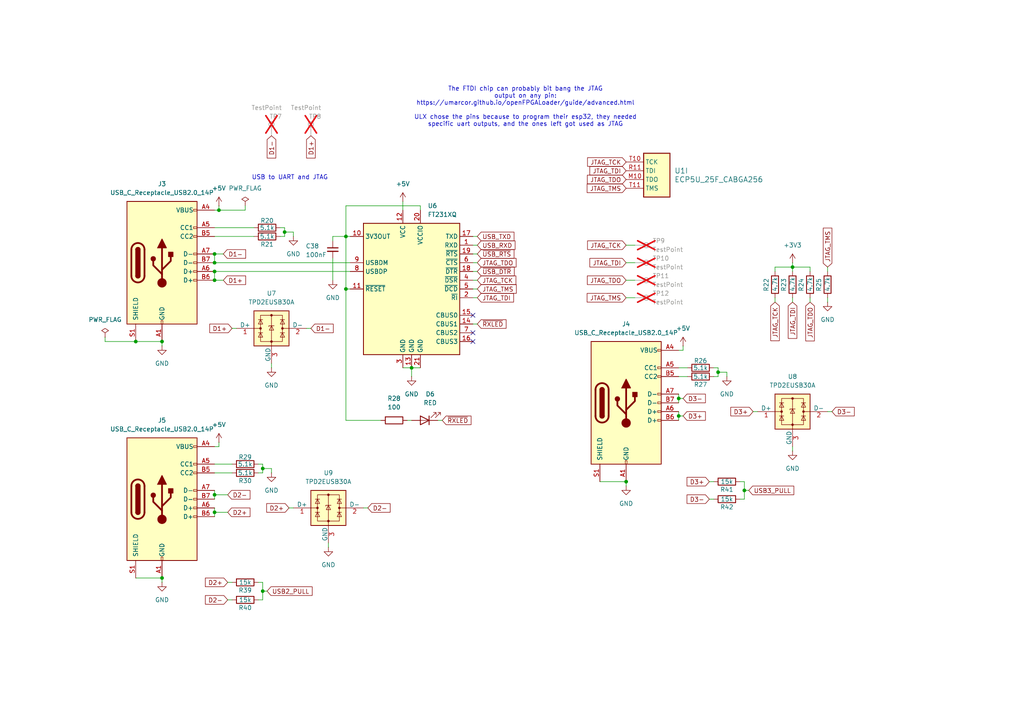
<source format=kicad_sch>
(kicad_sch (version 20250114) (generator "eeschema") (generator_version "9.0")
  (paper "A4")
  (title_block (title "Icepi zero") (date "2025-06-06") (rev "v1.1") (company "Chengyin Yao (cheyao)") (comment 1 "https://github.com/cheyao/icepi-zero") (comment 9 "OSHWA FR000026"))
  (text "USB to UART and JTAG" (at 84.074 51.562 0) (effects (font (size 1.27 1.27))))
  (text "The FTDI chip can probably bit bang the JTAG\noutput on any pin:\nhttps://umarcor.github.io/openFPGALoader/guide/advanced.html\n\nULX chose the pins because to program their esp32, they needed\nspecific uart outputs, and the ones left got used as JTAG" (at 152.4 30.988 0) (effects (font (size 1.27 1.27))))
  (junction (at 82.55 67.31))
  (junction (at 119.38 106.68))
  (junction (at 63.5 60.96))
  (junction (at 100.33 83.82))
  (junction (at 76.2 171.45))
  (junction (at 76.2 135.89))
  (junction (at 46.99 167.64))
  (junction (at 62.23 143.51))
  (junction (at 196.85 115.57))
  (junction (at 46.99 99.06))
  (junction (at 62.23 78.74))
  (junction (at 215.9 142.24))
  (junction (at 39.37 99.06))
  (junction (at 181.61 139.7))
  (junction (at 208.28 107.95))
  (junction (at 62.23 76.2))
  (junction (at 196.85 120.65))
  (junction (at 62.23 148.59))
  (junction (at 62.23 81.28))
  (junction (at 229.87 77.47))
  (junction (at 62.23 73.66))
  (junction (at 100.33 68.58))
  (no_connect (at 137.16 99.06))
  (no_connect (at 137.16 96.52))
  (no_connect (at 137.16 91.44))
  (wire (pts (xy 74.93 173.99) (xy 76.2 173.99)))
  (wire (pts (xy 224.79 86.36) (xy 224.79 87.63)))
  (wire (pts (xy 82.55 66.04) (xy 82.55 67.31)))
  (wire (pts (xy 66.04 173.99) (xy 67.31 173.99)))
  (wire (pts (xy 110.49 121.92) (xy 100.33 121.92)))
  (wire (pts (xy 215.9 139.7) (xy 214.63 139.7)))
  (wire (pts (xy 229.87 130.81) (xy 229.87 129.54)))
  (wire (pts (xy 77.47 171.45) (xy 76.2 171.45)))
  (wire (pts (xy 83.82 147.32) (xy 85.09 147.32)))
  (wire (pts (xy 66.04 143.51) (xy 62.23 143.51)))
  (wire (pts (xy 215.9 142.24) (xy 215.9 139.7)))
  (wire (pts (xy 100.33 121.92) (xy 100.33 83.82)))
  (wire (pts (xy 95.25 158.75) (xy 95.25 157.48)))
  (wire (pts (xy 198.12 100.33) (xy 198.12 101.6)))
  (wire (pts (xy 240.03 86.36) (xy 240.03 87.63)))
  (wire (pts (xy 214.63 144.78) (xy 215.9 144.78)))
  (wire (pts (xy 62.23 147.32) (xy 62.23 148.59)))
  (wire (pts (xy 196.85 120.65) (xy 196.85 121.92)))
  (wire (pts (xy 198.12 115.57) (xy 196.85 115.57)))
  (wire (pts (xy 207.01 109.22) (xy 208.28 109.22)))
  (wire (pts (xy 240.03 77.47) (xy 240.03 78.74)))
  (wire (pts (xy 137.16 83.82) (xy 138.43 83.82)))
  (wire (pts (xy 240.03 119.38) (xy 241.3 119.38)))
  (wire (pts (xy 101.6 78.74) (xy 62.23 78.74)))
  (wire (pts (xy 234.95 77.47) (xy 234.95 78.74)))
  (wire (pts (xy 137.16 93.98) (xy 138.43 93.98)))
  (wire (pts (xy 224.79 77.47) (xy 224.79 78.74)))
  (wire (pts (xy 205.74 144.78) (xy 207.01 144.78)))
  (wire (pts (xy 208.28 106.68) (xy 208.28 107.95)))
  (wire (pts (xy 81.28 66.04) (xy 82.55 66.04)))
  (wire (pts (xy 229.87 77.47) (xy 224.79 77.47)))
  (wire (pts (xy 63.5 128.27) (xy 63.5 129.54)))
  (wire (pts (xy 207.01 106.68) (xy 208.28 106.68)))
  (wire (pts (xy 196.85 106.68) (xy 199.39 106.68)))
  (wire (pts (xy 196.85 114.3) (xy 196.85 115.57)))
  (wire (pts (xy 116.84 106.68) (xy 119.38 106.68)))
  (wire (pts (xy 218.44 119.38) (xy 219.71 119.38)))
  (wire (pts (xy 76.2 171.45) (xy 76.2 173.99)))
  (wire (pts (xy 210.82 109.22) (xy 210.82 107.95)))
  (wire (pts (xy 62.23 68.58) (xy 73.66 68.58)))
  (wire (pts (xy 137.16 78.74) (xy 138.43 78.74)))
  (wire (pts (xy 105.41 147.32) (xy 106.68 147.32)))
  (wire (pts (xy 100.33 83.82) (xy 100.33 68.58)))
  (wire (pts (xy 121.92 60.96) (xy 121.92 59.69)))
  (wire (pts (xy 85.09 68.58) (xy 85.09 67.31)))
  (wire (pts (xy 74.93 134.62) (xy 76.2 134.62)))
  (wire (pts (xy 137.16 81.28) (xy 138.43 81.28)))
  (wire (pts (xy 30.48 97.79) (xy 30.48 99.06)))
  (wire (pts (xy 78.74 105.41) (xy 78.74 106.68)))
  (wire (pts (xy 96.52 69.85) (xy 96.52 68.58)))
  (wire (pts (xy 215.9 142.24) (xy 215.9 144.78)))
  (wire (pts (xy 63.5 129.54) (xy 62.23 129.54)))
  (wire (pts (xy 82.55 67.31) (xy 82.55 68.58)))
  (wire (pts (xy 76.2 135.89) (xy 76.2 137.16)))
  (wire (pts (xy 66.04 168.91) (xy 67.31 168.91)))
  (wire (pts (xy 62.23 81.28) (xy 64.77 81.28)))
  (wire (pts (xy 76.2 168.91) (xy 74.93 168.91)))
  (wire (pts (xy 62.23 76.2) (xy 101.6 76.2)))
  (wire (pts (xy 181.61 76.2) (xy 184.15 76.2)))
  (wire (pts (xy 71.12 60.96) (xy 63.5 60.96)))
  (wire (pts (xy 62.23 143.51) (xy 62.23 142.24)))
  (wire (pts (xy 229.87 77.47) (xy 229.87 78.74)))
  (wire (pts (xy 62.23 144.78) (xy 62.23 143.51)))
  (wire (pts (xy 62.23 148.59) (xy 62.23 149.86)))
  (wire (pts (xy 119.38 106.68) (xy 121.92 106.68)))
  (wire (pts (xy 62.23 73.66) (xy 64.77 73.66)))
  (wire (pts (xy 81.28 68.58) (xy 82.55 68.58)))
  (wire (pts (xy 196.85 115.57) (xy 196.85 116.84)))
  (wire (pts (xy 181.61 71.12) (xy 184.15 71.12)))
  (wire (pts (xy 229.87 76.2) (xy 229.87 77.47)))
  (wire (pts (xy 205.74 139.7) (xy 207.01 139.7)))
  (wire (pts (xy 96.52 68.58) (xy 100.33 68.58)))
  (wire (pts (xy 116.84 58.42) (xy 116.84 60.96)))
  (wire (pts (xy 208.28 107.95) (xy 208.28 109.22)))
  (wire (pts (xy 76.2 171.45) (xy 76.2 168.91)))
  (wire (pts (xy 74.93 137.16) (xy 76.2 137.16)))
  (wire (pts (xy 137.16 76.2) (xy 138.43 76.2)))
  (wire (pts (xy 62.23 134.62) (xy 67.31 134.62)))
  (wire (pts (xy 62.23 148.59) (xy 66.04 148.59)))
  (wire (pts (xy 100.33 59.69) (xy 100.33 68.58)))
  (wire (pts (xy 118.11 121.92) (xy 119.38 121.92)))
  (wire (pts (xy 63.5 59.69) (xy 63.5 60.96)))
  (wire (pts (xy 127 121.92) (xy 128.27 121.92)))
  (wire (pts (xy 208.28 107.95) (xy 210.82 107.95)))
  (wire (pts (xy 88.9 95.25) (xy 90.17 95.25)))
  (wire (pts (xy 78.74 137.16) (xy 78.74 135.89)))
  (wire (pts (xy 181.61 139.7) (xy 181.61 140.97)))
  (wire (pts (xy 62.23 137.16) (xy 67.31 137.16)))
  (wire (pts (xy 39.37 99.06) (xy 46.99 99.06)))
  (wire (pts (xy 229.87 86.36) (xy 229.87 87.63)))
  (wire (pts (xy 67.31 95.25) (xy 68.58 95.25)))
  (wire (pts (xy 96.52 74.93) (xy 96.52 81.28)))
  (wire (pts (xy 46.99 167.64) (xy 46.99 168.91)))
  (wire (pts (xy 76.2 134.62) (xy 76.2 135.89)))
  (wire (pts (xy 137.16 73.66) (xy 138.43 73.66)))
  (wire (pts (xy 119.38 109.22) (xy 119.38 106.68)))
  (wire (pts (xy 100.33 68.58) (xy 101.6 68.58)))
  (wire (pts (xy 62.23 66.04) (xy 73.66 66.04)))
  (wire (pts (xy 196.85 120.65) (xy 198.12 120.65)))
  (wire (pts (xy 82.55 67.31) (xy 85.09 67.31)))
  (wire (pts (xy 76.2 135.89) (xy 78.74 135.89)))
  (wire (pts (xy 229.87 77.47) (xy 234.95 77.47)))
  (wire (pts (xy 46.99 99.06) (xy 46.99 100.33)))
  (wire (pts (xy 63.5 60.96) (xy 62.23 60.96)))
  (wire (pts (xy 196.85 109.22) (xy 199.39 109.22)))
  (wire (pts (xy 198.12 101.6) (xy 196.85 101.6)))
  (wire (pts (xy 101.6 83.82) (xy 100.33 83.82)))
  (wire (pts (xy 196.85 119.38) (xy 196.85 120.65)))
  (wire (pts (xy 62.23 73.66) (xy 62.23 76.2)))
  (wire (pts (xy 39.37 167.64) (xy 46.99 167.64)))
  (wire (pts (xy 62.23 78.74) (xy 62.23 81.28)))
  (wire (pts (xy 137.16 71.12) (xy 138.43 71.12)))
  (wire (pts (xy 71.12 59.69) (xy 71.12 60.96)))
  (wire (pts (xy 234.95 86.36) (xy 234.95 87.63)))
  (wire (pts (xy 181.61 86.36) (xy 184.15 86.36)))
  (wire (pts (xy 137.16 68.58) (xy 138.43 68.58)))
  (wire (pts (xy 30.48 99.06) (xy 39.37 99.06)))
  (wire (pts (xy 173.99 139.7) (xy 181.61 139.7)))
  (wire (pts (xy 121.92 59.69) (xy 100.33 59.69)))
  (wire (pts (xy 137.16 86.36) (xy 138.43 86.36)))
  (wire (pts (xy 181.61 81.28) (xy 184.15 81.28)))
  (wire (pts (xy 217.17 142.24) (xy 215.9 142.24)))
  (global_label "USB2_PULL" (shape input) (at 77.47 171.45 0) (property "Intersheetrefs" "${INTERSHEET_REFS}" (effects (hide yes))))
  (global_label "USB_TXD" (shape input) (at 138.43 68.58 0) (property "Intersheetrefs" "${INTERSHEET_REFS}" (effects (hide yes))))
  (global_label "D2-" (shape input) (at 66.04 143.51 0) (property "Intersheetrefs" "${INTERSHEET_REFS}" (effects (hide yes))))
  (global_label "D2-" (shape input) (at 66.04 173.99 180) (property "Intersheetrefs" "${INTERSHEET_REFS}" (effects (hide yes))))
  (global_label "USB_RXD" (shape input) (at 138.43 71.12 0) (property "Intersheetrefs" "${INTERSHEET_REFS}" (effects (hide yes))))
  (global_label "JTAG_TDO" (shape input) (at 181.61 81.28 180) (property "Intersheetrefs" "${INTERSHEET_REFS}" (effects (hide yes))))
  (global_label "~{RXLED}" (shape input) (at 128.27 121.92 0) (property "Intersheetrefs" "${INTERSHEET_REFS}" (effects (hide yes))))
  (global_label "JTAG_TCK" (shape input) (at 138.43 81.28 0) (property "Intersheetrefs" "${INTERSHEET_REFS}" (effects (hide yes))))
  (global_label "JTAG_TMS" (shape input) (at 138.43 83.82 0) (property "Intersheetrefs" "${INTERSHEET_REFS}" (effects (hide yes))))
  (global_label "D3-" (shape input) (at 241.3 119.38 0) (property "Intersheetrefs" "${INTERSHEET_REFS}" (effects (hide yes))))
  (global_label "JTAG_TDO" (shape input) (at 138.43 76.2 0) (property "Intersheetrefs" "${INTERSHEET_REFS}" (effects (hide yes))))
  (global_label "D3-" (shape input) (at 198.12 115.57 0) (property "Intersheetrefs" "${INTERSHEET_REFS}" (effects (hide yes))))
  (global_label "D3+" (shape input) (at 198.12 120.65 0) (property "Intersheetrefs" "${INTERSHEET_REFS}" (effects (hide yes))))
  (global_label "D2-" (shape input) (at 106.68 147.32 0) (property "Intersheetrefs" "${INTERSHEET_REFS}" (effects (hide yes))))
  (global_label "JTAG_TMS" (shape input) (at 240.03 77.47 90) (property "Intersheetrefs" "${INTERSHEET_REFS}" (effects (hide yes))))
  (global_label "JTAG_TDI" (shape input) (at 138.43 86.36 0) (property "Intersheetrefs" "${INTERSHEET_REFS}" (effects (hide yes))))
  (global_label "D3-" (shape input) (at 205.74 144.78 180) (property "Intersheetrefs" "${INTERSHEET_REFS}" (effects (hide yes))))
  (global_label "JTAG_TDI" (shape input) (at 181.61 49.53 180) (property "Intersheetrefs" "${INTERSHEET_REFS}" (effects (hide yes))))
  (global_label "D2+" (shape input) (at 83.82 147.32 180) (property "Intersheetrefs" "${INTERSHEET_REFS}" (effects (hide yes))))
  (global_label "D3+" (shape input) (at 205.74 139.7 180) (property "Intersheetrefs" "${INTERSHEET_REFS}" (effects (hide yes))))
  (global_label "JTAG_TCK" (shape input) (at 224.79 87.63 270) (property "Intersheetrefs" "${INTERSHEET_REFS}" (effects (hide yes))))
  (global_label "D1+" (shape input) (at 64.77 81.28 0) (property "Intersheetrefs" "${INTERSHEET_REFS}" (effects (hide yes))))
  (global_label "JTAG_TDI" (shape input) (at 229.87 87.63 270) (property "Intersheetrefs" "${INTERSHEET_REFS}" (effects (hide yes))))
  (global_label "JTAG_TMS" (shape input) (at 181.61 86.36 180) (property "Intersheetrefs" "${INTERSHEET_REFS}" (effects (hide yes))))
  (global_label "JTAG_TDO" (shape input) (at 181.61 52.07 180) (property "Intersheetrefs" "${INTERSHEET_REFS}" (effects (hide yes))))
  (global_label "D3+" (shape input) (at 218.44 119.38 180) (property "Intersheetrefs" "${INTERSHEET_REFS}" (effects (hide yes))))
  (global_label "~{USB_RTS}" (shape input) (at 138.43 73.66 0) (property "Intersheetrefs" "${INTERSHEET_REFS}" (effects (hide yes))))
  (global_label "D1-" (shape input) (at 64.77 73.66 0) (property "Intersheetrefs" "${INTERSHEET_REFS}" (effects (hide yes))))
  (global_label "D1+" (shape input) (at 90.17 39.37 270) (property "Intersheetrefs" "${INTERSHEET_REFS}" (effects (hide yes))))
  (global_label "JTAG_TMS" (shape input) (at 181.61 54.61 180) (property "Intersheetrefs" "${INTERSHEET_REFS}" (effects (hide yes))))
  (global_label "~{RXLED}" (shape input) (at 138.43 93.98 0) (property "Intersheetrefs" "${INTERSHEET_REFS}" (effects (hide yes))))
  (global_label "JTAG_TCK" (shape input) (at 181.61 46.99 180) (property "Intersheetrefs" "${INTERSHEET_REFS}" (effects (hide yes))))
  (global_label "JTAG_TDI" (shape input) (at 181.61 76.2 180) (property "Intersheetrefs" "${INTERSHEET_REFS}" (effects (hide yes))))
  (global_label "D1-" (shape input) (at 90.17 95.25 0) (property "Intersheetrefs" "${INTERSHEET_REFS}" (effects (hide yes))))
  (global_label "JTAG_TCK" (shape input) (at 181.61 71.12 180) (property "Intersheetrefs" "${INTERSHEET_REFS}" (effects (hide yes))))
  (global_label "USB3_PULL" (shape input) (at 217.17 142.24 0) (property "Intersheetrefs" "${INTERSHEET_REFS}" (effects (hide yes))))
  (global_label "JTAG_TDO" (shape input) (at 234.95 87.63 270) (property "Intersheetrefs" "${INTERSHEET_REFS}" (effects (hide yes))))
  (global_label "D1-" (shape input) (at 78.74 39.37 270) (property "Intersheetrefs" "${INTERSHEET_REFS}" (effects (hide yes))))
  (global_label "D2+" (shape input) (at 66.04 148.59 0) (property "Intersheetrefs" "${INTERSHEET_REFS}" (effects (hide yes))))
  (global_label "D1+" (shape input) (at 67.31 95.25 180) (property "Intersheetrefs" "${INTERSHEET_REFS}" (effects (hide yes))))
  (global_label "~{USB_DTR}" (shape input) (at 138.43 78.74 0) (property "Intersheetrefs" "${INTERSHEET_REFS}" (effects (hide yes))))
  (global_label "D2+" (shape input) (at 66.04 168.91 180) (property "Intersheetrefs" "${INTERSHEET_REFS}" (effects (hide yes))))
  (symbol (lib_id "josh:ECP5U_12_CABGA256") (at 189.23 50.8 0) (unit 9)
    (property "Reference" "U1" (at 195.58 49.5299 0) (effects (font (size 1.524 1.524)) (justify left)))
    (property "Value" "ECP5U_25F_CABGA256" (at 195.58 52.0699 0) (effects (font (size 1.524 1.524)) (justify left)))
    (property "Footprint" "Package_BGA:BGA-256_14.0x14.0mm_Layout16x16_P0.8mm_Ball0.45mm_Pad0.32mm_NSMD" (effects (hide yes)))
    (property "Datasheet" "https://www.lcsc.com/datasheet/lcsc_datasheet_2411220131_Lattice-LFE5U-25F-6BG256C_C1521614.pdf" (effects (hide yes)))
    (property "LCSC Part #" "C1521614" (effects (hide yes)))
  )
  (symbol (lib_id "Connector:USB_C_Receptacle_USB2.0_14P") (at 181.61 116.84 0) (unit 1)
    (property "Reference" "J4" (at 181.61 93.98 0))
    (property "Value" "USB_C_Receptacle_USB2.0_14P" (at 181.61 96.52 0))
    (property "Footprint" "Connector_USB:USB_C_Receptacle_GCT_USB4105-xx-A_16P_TopMnt_Horizontal" (effects (hide yes)))
    (property "Datasheet" "https://www.usb.org/sites/default/files/documents/usb_type-c.zip" (effects (hide yes)))
    (property "Description" "USB 2.0-only 14P Type-C Receptacle connector" (effects (hide yes)))
    (property "LCSC Part #" "C2765186" (effects (hide yes)))
  )
  (symbol (lib_id "Power_Protection:TPD2EUSB30A") (at 78.74 95.25 0) (unit 1)
    (property "Reference" "U7" (at 78.74 85.09 0))
    (property "Value" "TPD2EUSB30A" (at 78.74 87.63 0))
    (property "Footprint" "Package_TO_SOT_SMD:Texas_DRT-3" (effects (hide yes)))
    (property "Datasheet" "http://www.ti.com/lit/ds/symlink/tpd2eusb30a.pdf" (effects (hide yes)))
    (property "Description" "2-Channel ESD Protection for Super-Speed USB 3.0 Interface, DRT-3" (effects (hide yes)))
    (property "LCSC Part #" "C3011197" (effects (hide yes)))
  )
  (symbol (lib_id "power:GND") (at 78.74 137.16 0) (unit 1)
    (property "Reference" "#PWR067" (effects (hide yes)))
    (property "Value" "GND" (at 78.74 142.24 0))
    (property "Description" "Power symbol creates a global label with name \"GND\" , ground" (effects (hide yes)))
  )
  (symbol (lib_id "power:+5V") (at 116.84 58.42 0) (unit 1)
    (property "Reference" "#PWR054" (effects (hide yes)))
    (property "Value" "+5V" (at 116.84 53.34 0))
    (property "Description" "Power symbol creates a global label with name \"+5V\"" (effects (hide yes)))
  )
  (symbol (lib_id "power:GND") (at 210.82 109.22 0) (unit 1)
    (property "Reference" "#PWR064" (effects (hide yes)))
    (property "Value" "GND" (at 210.82 114.3 0))
    (property "Description" "Power symbol creates a global label with name \"GND\" , ground" (effects (hide yes)))
  )
  (symbol (lib_id "Connector:TestPoint") (at 184.15 76.2 270) (unit 1) (dnp yes)
    (property "Reference" "TP10" (at 189.23 74.9299 90) (effects (justify left)))
    (property "Value" "TestPoint" (at 189.23 77.4699 90) (effects (justify left)))
    (property "Footprint" "TestPoint:TestPoint_Pad_D1.0mm" (effects (hide yes)))
    (property "Description" "test point" (effects (hide yes)))
  )
  (symbol (lib_id "power:GND") (at 181.61 140.97 0) (unit 1)
    (property "Reference" "#PWR068" (effects (hide yes)))
    (property "Value" "GND" (at 181.61 146.05 0))
    (property "Description" "Power symbol creates a global label with name \"GND\" , ground" (effects (hide yes)))
  )
  (symbol (lib_id "power:GND") (at 46.99 100.33 0) (unit 1)
    (property "Reference" "#PWR060" (effects (hide yes)))
    (property "Value" "GND" (at 46.99 105.41 0))
    (property "Description" "Power symbol creates a global label with name \"GND\" , ground" (effects (hide yes)))
  )
  (symbol (lib_id "Connector:USB_C_Receptacle_USB2.0_14P") (at 46.99 76.2 0) (unit 1)
    (property "Reference" "J3" (at 46.99 53.34 0))
    (property "Value" "USB_C_Receptacle_USB2.0_14P" (at 46.99 55.88 0))
    (property "Footprint" "Connector_USB:USB_C_Receptacle_GCT_USB4105-xx-A_16P_TopMnt_Horizontal" (effects (hide yes)))
    (property "Datasheet" "https://www.usb.org/sites/default/files/documents/usb_type-c.zip" (effects (hide yes)))
    (property "Description" "USB 2.0-only 14P Type-C Receptacle connector" (effects (hide yes)))
    (property "LCSC Part #" "C2765186" (effects (hide yes)))
  )
  (symbol (lib_id "Device:R") (at 210.82 144.78 270) (unit 1)
    (property "Reference" "R42" (at 210.82 147.066 90))
    (property "Value" "15k" (at 210.82 144.78 90))
    (property "Footprint" "Resistor_SMD:R_0402_1005Metric" (effects (hide yes)))
    (property "Description" "Resistor" (effects (hide yes)))
    (property "LCSC Part #" "C25756" (effects (hide yes)))
  )
  (symbol (lib_id "power:GND") (at 119.38 109.22 0) (unit 1)
    (property "Reference" "#PWR063" (effects (hide yes)))
    (property "Value" "GND" (at 119.38 114.3 0))
    (property "Description" "Power symbol creates a global label with name \"GND\" , ground" (effects (hide yes)))
  )
  (symbol (lib_id "Device:R") (at 203.2 109.22 270) (unit 1)
    (property "Reference" "R27" (at 203.2 111.506 90))
    (property "Value" "5.1k" (at 203.2 109.22 90))
    (property "Footprint" "Resistor_SMD:R_0402_1005Metric" (effects (hide yes)))
    (property "Description" "Resistor" (effects (hide yes)))
    (property "LCSC Part #" "C25905 " (effects (hide yes)))
  )
  (symbol (lib_id "Device:R") (at 71.12 173.99 270) (unit 1)
    (property "Reference" "R40" (at 71.12 176.276 90))
    (property "Value" "15k" (at 71.12 173.99 90))
    (property "Footprint" "Resistor_SMD:R_0402_1005Metric" (effects (hide yes)))
    (property "Description" "Resistor" (effects (hide yes)))
    (property "LCSC Part #" "C25756" (effects (hide yes)))
  )
  (symbol (lib_id "Device:R") (at 234.95 82.55 0) (unit 1)
    (property "Reference" "R24" (at 232.41 84.582 90) (effects (justify left)))
    (property "Value" "4.7k" (at 234.95 84.582 90) (effects (justify left)))
    (property "Footprint" "Resistor_SMD:R_0402_1005Metric" (effects (hide yes)))
    (property "Description" "Resistor" (effects (hide yes)))
    (property "LCSC Part #" "C25900 " (effects (hide yes)))
  )
  (symbol (lib_id "Device:C_Small") (at 96.52 72.39 0) (unit 1)
    (property "Reference" "C38" (at 88.646 71.374 0) (effects (justify left)))
    (property "Value" "100nF" (at 88.646 73.914 0) (effects (justify left)))
    (property "Footprint" "Capacitor_SMD:C_0402_1005Metric" (effects (hide yes)))
    (property "Description" "Unpolarized capacitor, small symbol" (effects (hide yes)))
    (property "LCSC Part #" "C307331 " (effects (hide yes)))
  )
  (symbol (lib_id "Device:R") (at 229.87 82.55 0) (unit 1)
    (property "Reference" "R23" (at 227.33 84.582 90) (effects (justify left)))
    (property "Value" "4.7k" (at 229.87 84.582 90) (effects (justify left)))
    (property "Footprint" "Resistor_SMD:R_0402_1005Metric" (effects (hide yes)))
    (property "Description" "Resistor" (effects (hide yes)))
    (property "LCSC Part #" "C25900 " (effects (hide yes)))
  )
  (symbol (lib_id "Connector:TestPoint") (at 90.17 39.37 0) (unit 1) (dnp yes)
    (property "Reference" "TP8" (at 93.218 33.782 0) (effects (justify right)))
    (property "Value" "TestPoint" (at 93.218 31.242 0) (effects (justify right)))
    (property "Footprint" "TestPoint:TestPoint_Pad_D2.0mm" (effects (hide yes)))
    (property "Description" "test point" (effects (hide yes)))
  )
  (symbol (lib_id "power:GND") (at 85.09 68.58 0) (unit 1)
    (property "Reference" "#PWR056" (effects (hide yes)))
    (property "Value" "GND" (at 85.09 73.66 0))
    (property "Description" "Power symbol creates a global label with name \"GND\" , ground" (effects (hide yes)))
  )
  (symbol (lib_id "power:GND") (at 96.52 81.28 0) (unit 1)
    (property "Reference" "#PWR058" (effects (hide yes)))
    (property "Value" "GND" (at 96.52 86.36 0))
    (property "Description" "Power symbol creates a global label with name \"GND\" , ground" (effects (hide yes)))
  )
  (symbol (lib_id "Device:LED") (at 123.19 121.92 180) (unit 1)
    (property "Reference" "D6" (at 124.7775 114.3 0))
    (property "Value" "RED" (at 124.7775 116.84 0))
    (property "Footprint" "LED_SMD:LED_0603_1608Metric" (effects (hide yes)))
    (property "Description" "Light emitting diode" (effects (hide yes)))
    (property "Sim.Pins" "1=K 2=A" (effects (hide yes)))
    (property "LCSC Part #" "C2286 " (effects (hide yes)))
  )
  (symbol (lib_id "power:+5V") (at 198.12 100.33 0) (unit 1)
    (property "Reference" "#PWR061" (effects (hide yes)))
    (property "Value" "+5V" (at 198.12 95.25 0))
    (property "Description" "Power symbol creates a global label with name \"+5V\"" (effects (hide yes)))
  )
  (symbol (lib_id "power:GND") (at 78.74 106.68 0) (unit 1)
    (property "Reference" "#PWR062" (effects (hide yes)))
    (property "Value" "GND" (at 78.74 111.76 0))
    (property "Description" "Power symbol creates a global label with name \"GND\" , ground" (effects (hide yes)))
  )
  (symbol (lib_id "Device:R") (at 114.3 121.92 90) (unit 1)
    (property "Reference" "R28" (at 114.3 115.57 90))
    (property "Value" "100" (at 114.3 118.11 90))
    (property "Footprint" "Resistor_SMD:R_0402_1005Metric" (effects (hide yes)))
    (property "Description" "Resistor" (effects (hide yes)))
    (property "LCSC Part #" "C25076 " (effects (hide yes)))
  )
  (symbol (lib_id "Interface_USB:FT231XQ") (at 119.38 83.82 0) (unit 1)
    (property "Reference" "U6" (at 124.0633 59.69 0) (effects (justify left)))
    (property "Value" "FT231XQ" (at 124.0633 62.23 0) (effects (justify left)))
    (property "Footprint" "Package_DFN_QFN:QFN-20-1EP_4x4mm_P0.5mm_EP2.5x2.5mm" (effects (hide yes)))
    (property "Datasheet" "https://www.ftdichip.com/Support/Documents/DataSheets/ICs/DS_FT231X.pdf" (effects (hide yes)))
    (property "Description" "Full Speed USB to Full Handshake UART, QFN-20" (effects (hide yes)))
    (property "LCSC Part #" "C132159" (effects (hide yes)))
  )
  (symbol (lib_id "Power_Protection:TPD2EUSB30A") (at 95.25 147.32 0) (unit 1)
    (property "Reference" "U9" (at 95.25 137.16 0))
    (property "Value" "TPD2EUSB30A" (at 95.25 139.7 0))
    (property "Footprint" "Package_TO_SOT_SMD:Texas_DRT-3" (effects (hide yes)))
    (property "Datasheet" "http://www.ti.com/lit/ds/symlink/tpd2eusb30a.pdf" (effects (hide yes)))
    (property "Description" "2-Channel ESD Protection for Super-Speed USB 3.0 Interface, DRT-3" (effects (hide yes)))
    (property "LCSC Part #" "C3011197" (effects (hide yes)))
  )
  (symbol (lib_id "Device:R") (at 77.47 68.58 270) (unit 1)
    (property "Reference" "R21" (at 77.47 70.866 90))
    (property "Value" "5.1k" (at 77.47 68.58 90))
    (property "Footprint" "Resistor_SMD:R_0402_1005Metric" (effects (hide yes)))
    (property "Description" "Resistor" (effects (hide yes)))
    (property "LCSC Part #" "C25905 " (effects (hide yes)))
  )
  (symbol (lib_id "Device:R") (at 240.03 82.55 0) (unit 1)
    (property "Reference" "R25" (at 237.49 84.582 90) (effects (justify left)))
    (property "Value" "4.7k" (at 240.03 84.582 90) (effects (justify left)))
    (property "Footprint" "Resistor_SMD:R_0402_1005Metric" (effects (hide yes)))
    (property "Description" "Resistor" (effects (hide yes)))
    (property "LCSC Part #" "C25900 " (effects (hide yes)))
  )
  (symbol (lib_id "power:PWR_FLAG") (at 30.48 97.79 0) (unit 1)
    (property "Reference" "#FLG07" (effects (hide yes)))
    (property "Value" "PWR_FLAG" (at 30.48 92.71 0))
    (property "Description" "Special symbol for telling ERC where power comes from" (effects (hide yes)))
  )
  (symbol (lib_id "power:+5V") (at 63.5 128.27 0) (unit 1)
    (property "Reference" "#PWR065" (effects (hide yes)))
    (property "Value" "+5V" (at 63.5 123.19 0))
    (property "Description" "Power symbol creates a global label with name \"+5V\"" (effects (hide yes)))
  )
  (symbol (lib_id "Connector:TestPoint") (at 184.15 81.28 270) (unit 1) (dnp yes)
    (property "Reference" "TP11" (at 189.23 80.0099 90) (effects (justify left)))
    (property "Value" "TestPoint" (at 189.23 82.5499 90) (effects (justify left)))
    (property "Footprint" "TestPoint:TestPoint_Pad_D1.0mm" (effects (hide yes)))
    (property "Description" "test point" (effects (hide yes)))
  )
  (symbol (lib_id "power:GND") (at 240.03 87.63 0) (unit 1)
    (property "Reference" "#PWR059" (effects (hide yes)))
    (property "Value" "GND" (at 240.03 92.71 0))
    (property "Description" "Power symbol creates a global label with name \"GND\" , ground" (effects (hide yes)))
  )
  (symbol (lib_id "power:GND") (at 46.99 168.91 0) (unit 1)
    (property "Reference" "#PWR070" (effects (hide yes)))
    (property "Value" "GND" (at 46.99 173.99 0))
    (property "Description" "Power symbol creates a global label with name \"GND\" , ground" (effects (hide yes)))
  )
  (symbol (lib_id "power:+5V") (at 63.5 59.69 0) (unit 1)
    (property "Reference" "#PWR055" (effects (hide yes)))
    (property "Value" "+5V" (at 63.5 54.61 0))
    (property "Description" "Power symbol creates a global label with name \"+5V\"" (effects (hide yes)))
  )
  (symbol (lib_id "power:GND") (at 95.25 158.75 0) (unit 1)
    (property "Reference" "#PWR069" (effects (hide yes)))
    (property "Value" "GND" (at 95.25 163.83 0))
    (property "Description" "Power symbol creates a global label with name \"GND\" , ground" (effects (hide yes)))
  )
  (symbol (lib_id "Connector:TestPoint") (at 184.15 86.36 270) (unit 1) (dnp yes)
    (property "Reference" "TP12" (at 189.23 85.0899 90) (effects (justify left)))
    (property "Value" "TestPoint" (at 189.23 87.6299 90) (effects (justify left)))
    (property "Footprint" "TestPoint:TestPoint_Pad_D1.0mm" (effects (hide yes)))
    (property "Description" "test point" (effects (hide yes)))
  )
  (symbol (lib_id "Power_Protection:TPD2EUSB30A") (at 229.87 119.38 0) (unit 1)
    (property "Reference" "U8" (at 229.87 109.22 0))
    (property "Value" "TPD2EUSB30A" (at 229.87 111.76 0))
    (property "Footprint" "Package_TO_SOT_SMD:Texas_DRT-3" (effects (hide yes)))
    (property "Datasheet" "http://www.ti.com/lit/ds/symlink/tpd2eusb30a.pdf" (effects (hide yes)))
    (property "Description" "2-Channel ESD Protection for Super-Speed USB 3.0 Interface, DRT-3" (effects (hide yes)))
    (property "LCSC Part #" "C3011197" (effects (hide yes)))
  )
  (symbol (lib_id "Connector:TestPoint") (at 184.15 71.12 270) (unit 1) (dnp yes)
    (property "Reference" "TP9" (at 189.23 69.8499 90) (effects (justify left)))
    (property "Value" "TestPoint" (at 189.23 72.3899 90) (effects (justify left)))
    (property "Footprint" "TestPoint:TestPoint_Pad_D1.0mm" (effects (hide yes)))
    (property "Description" "test point" (effects (hide yes)))
  )
  (symbol (lib_id "Device:R") (at 203.2 106.68 90) (unit 1)
    (property "Reference" "R26" (at 203.2 104.648 90))
    (property "Value" "5.1k" (at 203.2 106.68 90))
    (property "Footprint" "Resistor_SMD:R_0402_1005Metric" (effects (hide yes)))
    (property "Description" "Resistor" (effects (hide yes)))
    (property "LCSC Part #" "C25905 " (effects (hide yes)))
  )
  (symbol (lib_id "Device:R") (at 224.79 82.55 0) (unit 1)
    (property "Reference" "R22" (at 222.25 84.582 90) (effects (justify left)))
    (property "Value" "4.7k" (at 224.79 84.582 90) (effects (justify left)))
    (property "Footprint" "Resistor_SMD:R_0402_1005Metric" (effects (hide yes)))
    (property "Description" "Resistor" (effects (hide yes)))
    (property "LCSC Part #" "C25900 " (effects (hide yes)))
  )
  (symbol (lib_id "power:PWR_FLAG") (at 71.12 59.69 0) (unit 1)
    (property "Reference" "#FLG06" (effects (hide yes)))
    (property "Value" "PWR_FLAG" (at 71.12 54.61 0))
    (property "Description" "Special symbol for telling ERC where power comes from" (effects (hide yes)))
  )
  (symbol (lib_id "Connector:TestPoint") (at 78.74 39.37 0) (unit 1) (dnp yes)
    (property "Reference" "TP7" (at 81.788 33.782 0) (effects (justify right)))
    (property "Value" "TestPoint" (at 81.788 31.242 0) (effects (justify right)))
    (property "Footprint" "TestPoint:TestPoint_Pad_D2.0mm" (effects (hide yes)))
    (property "Description" "test point" (effects (hide yes)))
  )
  (symbol (lib_id "Device:R") (at 71.12 137.16 270) (unit 1)
    (property "Reference" "R30" (at 71.12 139.446 90))
    (property "Value" "5.1k" (at 71.12 137.16 90))
    (property "Footprint" "Resistor_SMD:R_0402_1005Metric" (effects (hide yes)))
    (property "Description" "Resistor" (effects (hide yes)))
    (property "LCSC Part #" "C25905 " (effects (hide yes)))
  )
  (symbol (lib_id "Device:R") (at 71.12 134.62 90) (unit 1)
    (property "Reference" "R29" (at 71.12 132.588 90))
    (property "Value" "5.1k" (at 71.12 134.62 90))
    (property "Footprint" "Resistor_SMD:R_0402_1005Metric" (effects (hide yes)))
    (property "Description" "Resistor" (effects (hide yes)))
    (property "LCSC Part #" "C25905 " (effects (hide yes)))
  )
  (symbol (lib_id "Device:R") (at 71.12 168.91 270) (unit 1)
    (property "Reference" "R39" (at 71.12 171.196 90))
    (property "Value" "15k" (at 71.12 168.91 90))
    (property "Footprint" "Resistor_SMD:R_0402_1005Metric" (effects (hide yes)))
    (property "Description" "Resistor" (effects (hide yes)))
    (property "LCSC Part #" "C25756" (effects (hide yes)))
  )
  (symbol (lib_id "power:+3V3") (at 229.87 76.2 0) (unit 1)
    (property "Reference" "#PWR057" (effects (hide yes)))
    (property "Value" "+3V3" (at 229.87 71.12 0))
    (property "Description" "Power symbol creates a global label with name \"+3V3\"" (effects (hide yes)))
  )
  (symbol (lib_id "Device:R") (at 77.47 66.04 90) (unit 1)
    (property "Reference" "R20" (at 77.47 64.008 90))
    (property "Value" "5.1k" (at 77.47 66.04 90))
    (property "Footprint" "Resistor_SMD:R_0402_1005Metric" (effects (hide yes)))
    (property "Description" "Resistor" (effects (hide yes)))
    (property "LCSC Part #" "C25905 " (effects (hide yes)))
  )
  (symbol (lib_id "Connector:USB_C_Receptacle_USB2.0_14P") (at 46.99 144.78 0) (unit 1)
    (property "Reference" "J5" (at 46.99 121.92 0))
    (property "Value" "USB_C_Receptacle_USB2.0_14P" (at 46.99 124.46 0))
    (property "Footprint" "Connector_USB:USB_C_Receptacle_GCT_USB4105-xx-A_16P_TopMnt_Horizontal" (effects (hide yes)))
    (property "Datasheet" "https://www.usb.org/sites/default/files/documents/usb_type-c.zip" (effects (hide yes)))
    (property "Description" "USB 2.0-only 14P Type-C Receptacle connector" (effects (hide yes)))
    (property "LCSC Part #" "C2765186" (effects (hide yes)))
  )
  (symbol (lib_id "power:GND") (at 229.87 130.81 0) (unit 1)
    (property "Reference" "#PWR066" (effects (hide yes)))
    (property "Value" "GND" (at 229.87 135.89 0))
    (property "Description" "Power symbol creates a global label with name \"GND\" , ground" (effects (hide yes)))
  )
  (symbol (lib_id "Device:R") (at 210.82 139.7 270) (unit 1)
    (property "Reference" "R41" (at 210.82 141.986 90))
    (property "Value" "15k" (at 210.82 139.7 90))
    (property "Footprint" "Resistor_SMD:R_0402_1005Metric" (effects (hide yes)))
    (property "Description" "Resistor" (effects (hide yes)))
    (property "LCSC Part #" "C25756" (effects (hide yes)))
  )
)
</source>
